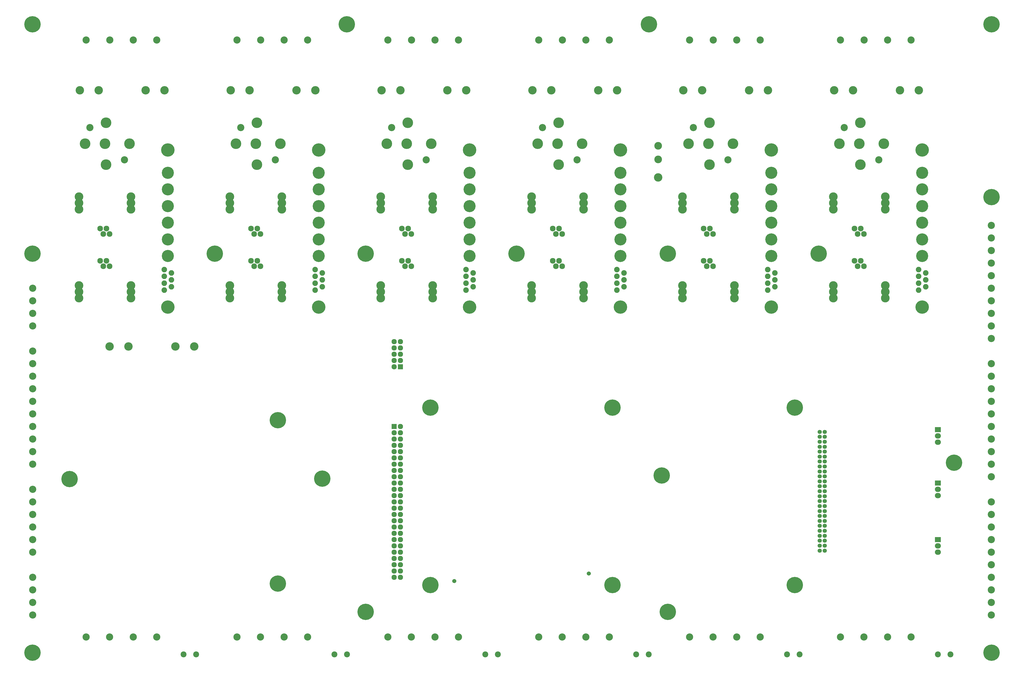
<source format=gbr>
G04 #@! TF.FileFunction,Soldermask,Bot*
%FSLAX46Y46*%
G04 Gerber Fmt 4.6, Leading zero omitted, Abs format (unit mm)*
G04 Created by KiCad (PCBNEW 4.0.2-stable) date 10/20/2016 9:17:17 AM*
%MOMM*%
G01*
G04 APERTURE LIST*
%ADD10C,0.100000*%
%ADD11C,6.597600*%
%ADD12C,4.300000*%
%ADD13C,2.900000*%
%ADD14R,2.127200X2.127200*%
%ADD15O,2.127200X2.127200*%
%ADD16C,1.670000*%
%ADD17C,3.400000*%
%ADD18R,2.432000X2.127200*%
%ADD19O,2.432000X2.127200*%
%ADD20C,1.700000*%
%ADD21C,3.397200*%
%ADD22C,3.100000*%
%ADD23C,2.400000*%
%ADD24C,2.250000*%
%ADD25C,5.400000*%
%ADD26C,4.900000*%
%ADD27C,2.300000*%
%ADD28C,3.500000*%
G04 APERTURE END LIST*
D10*
D11*
X457403200Y-252095000D03*
X339293200Y-257302000D03*
X202133200Y-258572000D03*
X100025200Y-258699000D03*
X319410000Y-229870000D03*
X393040000Y-229870000D03*
X393040000Y-301600000D03*
X319410000Y-301600000D03*
X245770000Y-301600000D03*
X245770000Y-229870000D03*
X184150000Y-300990000D03*
X184150000Y-234950000D03*
D12*
X358546400Y-114757200D03*
X358546400Y-131648200D03*
X350139000Y-123190000D03*
X368046000Y-123190000D03*
X358140000Y-123190000D03*
D13*
X352044000Y-116687600D03*
X366039400Y-129692400D03*
D14*
X231140000Y-237490000D03*
D15*
X233680000Y-237490000D03*
X231140000Y-240030000D03*
X233680000Y-240030000D03*
X231140000Y-242570000D03*
X233680000Y-242570000D03*
X231140000Y-245110000D03*
X233680000Y-245110000D03*
X231140000Y-247650000D03*
X233680000Y-247650000D03*
X231140000Y-250190000D03*
X233680000Y-250190000D03*
X231140000Y-252730000D03*
X233680000Y-252730000D03*
X231140000Y-255270000D03*
X233680000Y-255270000D03*
X231140000Y-257810000D03*
X233680000Y-257810000D03*
X231140000Y-260350000D03*
X233680000Y-260350000D03*
X231140000Y-262890000D03*
X233680000Y-262890000D03*
X231140000Y-265430000D03*
X233680000Y-265430000D03*
X231140000Y-267970000D03*
X233680000Y-267970000D03*
X231140000Y-270510000D03*
X233680000Y-270510000D03*
X231140000Y-273050000D03*
X233680000Y-273050000D03*
X231140000Y-275590000D03*
X233680000Y-275590000D03*
X231140000Y-278130000D03*
X233680000Y-278130000D03*
X231140000Y-280670000D03*
X233680000Y-280670000D03*
X231140000Y-283210000D03*
X233680000Y-283210000D03*
X231140000Y-285750000D03*
X233680000Y-285750000D03*
X231140000Y-288290000D03*
X233680000Y-288290000D03*
X231140000Y-290830000D03*
X233680000Y-290830000D03*
X231140000Y-293370000D03*
X233680000Y-293370000D03*
X231140000Y-295910000D03*
X233680000Y-295910000D03*
X231140000Y-298450000D03*
X233680000Y-298450000D03*
D16*
X255410000Y-299950000D03*
X309790000Y-296900000D03*
D17*
X123825000Y-205105000D03*
X116205000Y-205105000D03*
X116205000Y-205105000D03*
X142795000Y-205105000D03*
X150415000Y-205105000D03*
D14*
X233680000Y-213360000D03*
D15*
X231140000Y-213360000D03*
X233680000Y-210820000D03*
X231140000Y-210820000D03*
X233680000Y-208280000D03*
X231140000Y-208280000D03*
X233680000Y-205740000D03*
X231140000Y-205740000D03*
X233680000Y-203200000D03*
X231140000Y-203200000D03*
D17*
X111760000Y-101600000D03*
X104140000Y-101600000D03*
X104140000Y-101600000D03*
X130730000Y-101600000D03*
X138350000Y-101600000D03*
X172720000Y-101600000D03*
X165100000Y-101600000D03*
X165100000Y-101600000D03*
X191690000Y-101600000D03*
X199310000Y-101600000D03*
X233680000Y-101600000D03*
X226060000Y-101600000D03*
X226060000Y-101600000D03*
X252650000Y-101600000D03*
X260270000Y-101600000D03*
X294640000Y-101600000D03*
X287020000Y-101600000D03*
X287020000Y-101600000D03*
X313610000Y-101600000D03*
X321230000Y-101600000D03*
X355600000Y-101600000D03*
X347980000Y-101600000D03*
X347980000Y-101600000D03*
X374570000Y-101600000D03*
X382190000Y-101600000D03*
X416560000Y-101600000D03*
X408940000Y-101600000D03*
X408940000Y-101600000D03*
X435530000Y-101600000D03*
X443150000Y-101600000D03*
D18*
X450850000Y-238760000D03*
D19*
X450850000Y-241300000D03*
X450850000Y-243840000D03*
D18*
X450850000Y-260350000D03*
D19*
X450850000Y-262890000D03*
X450850000Y-265430000D03*
D18*
X450850000Y-283210000D03*
D19*
X450850000Y-285750000D03*
X450850000Y-288290000D03*
D20*
X405130000Y-287655000D03*
X403130000Y-287655000D03*
X405130000Y-285655000D03*
X403130000Y-285655000D03*
X405130000Y-283655000D03*
X403130000Y-283655000D03*
X405130000Y-281655000D03*
X403130000Y-281655000D03*
X405130000Y-279655000D03*
X403130000Y-279655000D03*
X405130000Y-277655000D03*
X403130000Y-277655000D03*
X405130000Y-275655000D03*
X403130000Y-275655000D03*
X405130000Y-273655000D03*
X403130000Y-273655000D03*
X405130000Y-271655000D03*
X403130000Y-271655000D03*
X405130000Y-269655000D03*
X403130000Y-269655000D03*
X405130000Y-267655000D03*
X403130000Y-267655000D03*
X405130000Y-265655000D03*
X403130000Y-265655000D03*
X405130000Y-263655000D03*
X403130000Y-263655000D03*
X405130000Y-261655000D03*
X403130000Y-261655000D03*
X405130000Y-259655000D03*
X403130000Y-259655000D03*
X405130000Y-257655000D03*
X403130000Y-257655000D03*
X405130000Y-255655000D03*
X403130000Y-255655000D03*
X405130000Y-253655000D03*
X403130000Y-253655000D03*
X405130000Y-251655000D03*
X403130000Y-251655000D03*
X405130000Y-249655000D03*
X403130000Y-249655000D03*
X405130000Y-247655000D03*
X403130000Y-247655000D03*
X405130000Y-245655000D03*
X403130000Y-245655000D03*
X405130000Y-243655000D03*
X403130000Y-243655000D03*
X405130000Y-241655000D03*
X403130000Y-241655000D03*
X405130000Y-239655000D03*
X403130000Y-239655000D03*
D21*
X337820000Y-136855200D03*
D22*
X337820000Y-124040000D03*
X337820000Y-129540000D03*
D13*
X440055000Y-81280000D03*
X430535000Y-81280000D03*
X421015000Y-81280000D03*
X411495000Y-81280000D03*
X379095000Y-81280000D03*
X369575000Y-81280000D03*
X360055000Y-81280000D03*
X350535000Y-81280000D03*
X318135000Y-81280000D03*
X308615000Y-81280000D03*
X299095000Y-81280000D03*
X289575000Y-81280000D03*
X257175000Y-81280000D03*
X247655000Y-81280000D03*
X238135000Y-81280000D03*
X228615000Y-81280000D03*
X196215000Y-81280000D03*
X186695000Y-81280000D03*
X177175000Y-81280000D03*
X167655000Y-81280000D03*
X135255000Y-81280000D03*
X125735000Y-81280000D03*
X116215000Y-81280000D03*
X106695000Y-81280000D03*
X411480000Y-322580000D03*
X421000000Y-322580000D03*
X430520000Y-322580000D03*
X440040000Y-322580000D03*
X350520000Y-322580000D03*
X360040000Y-322580000D03*
X369560000Y-322580000D03*
X379080000Y-322580000D03*
X289560000Y-322580000D03*
X299080000Y-322580000D03*
X308600000Y-322580000D03*
X318120000Y-322580000D03*
X228600000Y-322580000D03*
X238120000Y-322580000D03*
X247640000Y-322580000D03*
X257160000Y-322580000D03*
X167640000Y-322580000D03*
X177160000Y-322580000D03*
X186680000Y-322580000D03*
X196200000Y-322580000D03*
X106680000Y-322580000D03*
X116200000Y-322580000D03*
X125720000Y-322580000D03*
X135240000Y-322580000D03*
D23*
X450850000Y-329628500D03*
X455930000Y-329628500D03*
X389890000Y-329628500D03*
X394970000Y-329628500D03*
X328930000Y-329628500D03*
X334010000Y-329628500D03*
X267970000Y-329628500D03*
X273050000Y-329628500D03*
X207010000Y-329628500D03*
X212090000Y-329628500D03*
X146050000Y-329628500D03*
X151130000Y-329628500D03*
D24*
X445920000Y-180980000D03*
X445920000Y-178210000D03*
X445920000Y-175440000D03*
X443080000Y-182350000D03*
X443080000Y-179580000D03*
X443080000Y-176810000D03*
X443080000Y-174040000D03*
D25*
X444500000Y-189230000D03*
X444500000Y-125730000D03*
D26*
X444500000Y-168600000D03*
X444500000Y-161870000D03*
X444500000Y-155140000D03*
X444500000Y-148410000D03*
X444500000Y-141680000D03*
X444500000Y-134950000D03*
D24*
X384960000Y-180980000D03*
X384960000Y-178210000D03*
X384960000Y-175440000D03*
X382120000Y-182350000D03*
X382120000Y-179580000D03*
X382120000Y-176810000D03*
X382120000Y-174040000D03*
D25*
X383540000Y-189230000D03*
X383540000Y-125730000D03*
D26*
X383540000Y-168600000D03*
X383540000Y-161870000D03*
X383540000Y-155140000D03*
X383540000Y-148410000D03*
X383540000Y-141680000D03*
X383540000Y-134950000D03*
D24*
X324000000Y-180980000D03*
X324000000Y-178210000D03*
X324000000Y-175440000D03*
X321160000Y-182350000D03*
X321160000Y-179580000D03*
X321160000Y-176810000D03*
X321160000Y-174040000D03*
D25*
X322580000Y-189230000D03*
X322580000Y-125730000D03*
D26*
X322580000Y-168600000D03*
X322580000Y-161870000D03*
X322580000Y-155140000D03*
X322580000Y-148410000D03*
X322580000Y-141680000D03*
X322580000Y-134950000D03*
D24*
X263040000Y-180980000D03*
X263040000Y-178210000D03*
X263040000Y-175440000D03*
X260200000Y-182350000D03*
X260200000Y-179580000D03*
X260200000Y-176810000D03*
X260200000Y-174040000D03*
D25*
X261620000Y-189230000D03*
X261620000Y-125730000D03*
D26*
X261620000Y-168600000D03*
X261620000Y-161870000D03*
X261620000Y-155140000D03*
X261620000Y-148410000D03*
X261620000Y-141680000D03*
X261620000Y-134950000D03*
D24*
X202080000Y-180980000D03*
X202080000Y-178210000D03*
X202080000Y-175440000D03*
X199240000Y-182350000D03*
X199240000Y-179580000D03*
X199240000Y-176810000D03*
X199240000Y-174040000D03*
D25*
X200660000Y-189230000D03*
X200660000Y-125730000D03*
D26*
X200660000Y-168600000D03*
X200660000Y-161870000D03*
X200660000Y-155140000D03*
X200660000Y-148410000D03*
X200660000Y-141680000D03*
X200660000Y-134950000D03*
D24*
X141120000Y-180980000D03*
X141120000Y-178210000D03*
X141120000Y-175440000D03*
X138280000Y-182350000D03*
X138280000Y-179580000D03*
X138280000Y-176810000D03*
X138280000Y-174040000D03*
D25*
X139700000Y-189230000D03*
X139700000Y-125730000D03*
D26*
X139700000Y-168600000D03*
X139700000Y-161870000D03*
X139700000Y-155140000D03*
X139700000Y-148410000D03*
X139700000Y-141680000D03*
X139700000Y-134950000D03*
D13*
X85090000Y-181610000D03*
X85090000Y-186690000D03*
X85090000Y-191770000D03*
X85090000Y-196850000D03*
X85090000Y-298450000D03*
X85090000Y-303530000D03*
X85090000Y-308610000D03*
X85090000Y-313690000D03*
X85090000Y-262890000D03*
X85090000Y-267970000D03*
X85090000Y-273050000D03*
X85090000Y-278130000D03*
X85090000Y-283210000D03*
X85090000Y-288290000D03*
X472440000Y-201930000D03*
X472440000Y-196850000D03*
X472440000Y-191770000D03*
X472440000Y-186690000D03*
X472440000Y-181610000D03*
X472440000Y-176530000D03*
X472440000Y-171450000D03*
X472440000Y-166370000D03*
X472440000Y-161290000D03*
X472440000Y-156210000D03*
X472440000Y-257810000D03*
X472440000Y-252730000D03*
X472440000Y-247650000D03*
X472440000Y-242570000D03*
X472440000Y-237490000D03*
X472440000Y-232410000D03*
X472440000Y-227330000D03*
X472440000Y-222250000D03*
X472440000Y-217170000D03*
X472440000Y-212090000D03*
X472440000Y-313690000D03*
X472440000Y-308610000D03*
X472440000Y-303530000D03*
X472440000Y-298450000D03*
X472440000Y-293370000D03*
X472440000Y-288290000D03*
X472440000Y-283210000D03*
X472440000Y-278130000D03*
X472440000Y-273050000D03*
X472440000Y-267970000D03*
X85090000Y-207010000D03*
X85090000Y-212090000D03*
X85090000Y-217170000D03*
X85090000Y-222250000D03*
X85090000Y-227330000D03*
X85090000Y-232410000D03*
X85090000Y-237490000D03*
X85090000Y-242570000D03*
X85090000Y-247650000D03*
X85090000Y-252730000D03*
D27*
X112395000Y-157480000D03*
X114935000Y-157480000D03*
X113665000Y-159680000D03*
X116205000Y-159680000D03*
D28*
X124800000Y-147170000D03*
X124800000Y-144630000D03*
X124800000Y-149710000D03*
X103800000Y-144630000D03*
X103800000Y-147170000D03*
X103800000Y-149710000D03*
D27*
X173355000Y-157480000D03*
X175895000Y-157480000D03*
X174625000Y-159680000D03*
X177165000Y-159680000D03*
D28*
X185760000Y-147170000D03*
X185760000Y-144630000D03*
X185760000Y-149710000D03*
X164760000Y-144630000D03*
X164760000Y-147170000D03*
X164760000Y-149710000D03*
D27*
X234315000Y-157480000D03*
X236855000Y-157480000D03*
X235585000Y-159680000D03*
X238125000Y-159680000D03*
D28*
X246720000Y-147170000D03*
X246720000Y-144630000D03*
X246720000Y-149710000D03*
X225720000Y-144630000D03*
X225720000Y-147170000D03*
X225720000Y-149710000D03*
D27*
X295275000Y-157480000D03*
X297815000Y-157480000D03*
X296545000Y-159680000D03*
X299085000Y-159680000D03*
D28*
X307680000Y-147170000D03*
X307680000Y-144630000D03*
X307680000Y-149710000D03*
X286680000Y-144630000D03*
X286680000Y-147170000D03*
X286680000Y-149710000D03*
D27*
X356235000Y-157480000D03*
X358775000Y-157480000D03*
X357505000Y-159680000D03*
X360045000Y-159680000D03*
D28*
X368640000Y-147170000D03*
X368640000Y-144630000D03*
X368640000Y-149710000D03*
X347640000Y-144630000D03*
X347640000Y-147170000D03*
X347640000Y-149710000D03*
D27*
X417195000Y-157480000D03*
X419735000Y-157480000D03*
X418465000Y-159680000D03*
X421005000Y-159680000D03*
D28*
X429600000Y-147170000D03*
X429600000Y-144630000D03*
X429600000Y-149710000D03*
X408600000Y-144630000D03*
X408600000Y-147170000D03*
X408600000Y-149710000D03*
D27*
X116205000Y-172720000D03*
X113665000Y-172720000D03*
X114935000Y-170520000D03*
X112395000Y-170520000D03*
D28*
X103800000Y-183030000D03*
X103800000Y-185570000D03*
X103800000Y-180490000D03*
X124800000Y-185570000D03*
X124800000Y-183030000D03*
X124800000Y-180490000D03*
D27*
X177165000Y-172720000D03*
X174625000Y-172720000D03*
X175895000Y-170520000D03*
X173355000Y-170520000D03*
D28*
X164760000Y-183030000D03*
X164760000Y-185570000D03*
X164760000Y-180490000D03*
X185760000Y-185570000D03*
X185760000Y-183030000D03*
X185760000Y-180490000D03*
D27*
X238125000Y-172720000D03*
X235585000Y-172720000D03*
X236855000Y-170520000D03*
X234315000Y-170520000D03*
D28*
X225720000Y-183030000D03*
X225720000Y-185570000D03*
X225720000Y-180490000D03*
X246720000Y-185570000D03*
X246720000Y-183030000D03*
X246720000Y-180490000D03*
D27*
X299085000Y-172720000D03*
X296545000Y-172720000D03*
X297815000Y-170520000D03*
X295275000Y-170520000D03*
D28*
X286680000Y-183030000D03*
X286680000Y-185570000D03*
X286680000Y-180490000D03*
X307680000Y-185570000D03*
X307680000Y-183030000D03*
X307680000Y-180490000D03*
D27*
X360045000Y-172720000D03*
X357505000Y-172720000D03*
X358775000Y-170520000D03*
X356235000Y-170520000D03*
D28*
X347640000Y-183030000D03*
X347640000Y-185570000D03*
X347640000Y-180490000D03*
X368640000Y-185570000D03*
X368640000Y-183030000D03*
X368640000Y-180490000D03*
D27*
X421005000Y-172720000D03*
X418465000Y-172720000D03*
X419735000Y-170520000D03*
X417195000Y-170520000D03*
D28*
X408600000Y-183030000D03*
X408600000Y-185570000D03*
X408600000Y-180490000D03*
X429600000Y-185570000D03*
X429600000Y-183030000D03*
X429600000Y-180490000D03*
D12*
X114706400Y-114757200D03*
X114706400Y-131648200D03*
X106299000Y-123190000D03*
X124206000Y-123190000D03*
X114300000Y-123190000D03*
D13*
X108204000Y-116687600D03*
X122199400Y-129692400D03*
D12*
X175666400Y-114757200D03*
X175666400Y-131648200D03*
X167259000Y-123190000D03*
X185166000Y-123190000D03*
X175260000Y-123190000D03*
D13*
X169164000Y-116687600D03*
X183159400Y-129692400D03*
D12*
X236626400Y-114757200D03*
X236626400Y-131648200D03*
X228219000Y-123190000D03*
X246126000Y-123190000D03*
X236220000Y-123190000D03*
D13*
X230124000Y-116687600D03*
X244119400Y-129692400D03*
D12*
X297586400Y-114757200D03*
X297586400Y-131648200D03*
X289179000Y-123190000D03*
X307086000Y-123190000D03*
X297180000Y-123190000D03*
D13*
X291084000Y-116687600D03*
X305079400Y-129692400D03*
D12*
X419506400Y-114757200D03*
X419506400Y-131648200D03*
X411099000Y-123190000D03*
X429006000Y-123190000D03*
X419100000Y-123190000D03*
D13*
X413004000Y-116687600D03*
X426999400Y-129692400D03*
D11*
X85039200Y-74930000D03*
X85039200Y-167640000D03*
X85039200Y-328930000D03*
X212039200Y-74930000D03*
X158699200Y-167640000D03*
X219659200Y-167640000D03*
X219659200Y-312420000D03*
X280619200Y-167640000D03*
X334086200Y-74930000D03*
X341706200Y-167640000D03*
X341706200Y-312420000D03*
X402666200Y-167640000D03*
X472516200Y-74930000D03*
X472516200Y-144780000D03*
X472516200Y-328930000D03*
M02*

</source>
